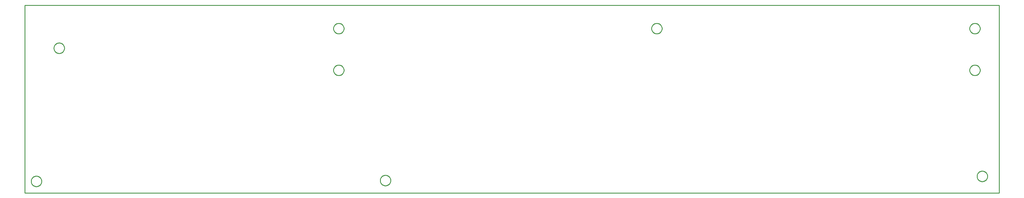
<source format=gbr>
G04 EAGLE Gerber RS-274X export*
G75*
%MOMM*%
%FSLAX34Y34*%
%LPD*%
%IN*%
%IPPOS*%
%AMOC8*
5,1,8,0,0,1.08239X$1,22.5*%
G01*
%ADD10C,0.254000*%


D10*
X0Y0D02*
X2956560Y0D01*
X2956560Y571500D01*
X0Y571500D01*
X0Y0D01*
X968375Y372860D02*
X968307Y371823D01*
X968171Y370793D01*
X967969Y369773D01*
X967700Y368769D01*
X967365Y367785D01*
X966968Y366825D01*
X966508Y365893D01*
X965988Y364992D01*
X965411Y364128D01*
X964778Y363304D01*
X964093Y362522D01*
X963358Y361787D01*
X962576Y361102D01*
X961752Y360469D01*
X960888Y359892D01*
X959987Y359372D01*
X959055Y358912D01*
X958095Y358515D01*
X957111Y358180D01*
X956107Y357911D01*
X955087Y357709D01*
X954057Y357573D01*
X953020Y357505D01*
X951980Y357505D01*
X950943Y357573D01*
X949913Y357709D01*
X948893Y357911D01*
X947889Y358180D01*
X946905Y358515D01*
X945945Y358912D01*
X945013Y359372D01*
X944112Y359892D01*
X943248Y360469D01*
X942424Y361102D01*
X941642Y361787D01*
X940907Y362522D01*
X940222Y363304D01*
X939589Y364128D01*
X939012Y364992D01*
X938492Y365893D01*
X938032Y366825D01*
X937635Y367785D01*
X937300Y368769D01*
X937031Y369773D01*
X936829Y370793D01*
X936693Y371823D01*
X936625Y372860D01*
X936625Y373900D01*
X936693Y374937D01*
X936829Y375967D01*
X937031Y376987D01*
X937300Y377991D01*
X937635Y378975D01*
X938032Y379935D01*
X938492Y380867D01*
X939012Y381768D01*
X939589Y382632D01*
X940222Y383456D01*
X940907Y384238D01*
X941642Y384973D01*
X942424Y385658D01*
X943248Y386291D01*
X944112Y386868D01*
X945013Y387388D01*
X945945Y387848D01*
X946905Y388245D01*
X947889Y388580D01*
X948893Y388849D01*
X949913Y389051D01*
X950943Y389187D01*
X951980Y389255D01*
X953020Y389255D01*
X954057Y389187D01*
X955087Y389051D01*
X956107Y388849D01*
X957111Y388580D01*
X958095Y388245D01*
X959055Y387848D01*
X959987Y387388D01*
X960888Y386868D01*
X961752Y386291D01*
X962576Y385658D01*
X963358Y384973D01*
X964093Y384238D01*
X964778Y383456D01*
X965411Y382632D01*
X965988Y381768D01*
X966508Y380867D01*
X966968Y379935D01*
X967365Y378975D01*
X967700Y377991D01*
X967969Y376987D01*
X968171Y375967D01*
X968307Y374937D01*
X968375Y373900D01*
X968375Y372860D01*
X2898775Y372860D02*
X2898707Y371823D01*
X2898571Y370793D01*
X2898369Y369773D01*
X2898100Y368769D01*
X2897765Y367785D01*
X2897368Y366825D01*
X2896908Y365893D01*
X2896388Y364992D01*
X2895811Y364128D01*
X2895178Y363304D01*
X2894493Y362522D01*
X2893758Y361787D01*
X2892976Y361102D01*
X2892152Y360469D01*
X2891288Y359892D01*
X2890387Y359372D01*
X2889455Y358912D01*
X2888495Y358515D01*
X2887511Y358180D01*
X2886507Y357911D01*
X2885487Y357709D01*
X2884457Y357573D01*
X2883420Y357505D01*
X2882380Y357505D01*
X2881343Y357573D01*
X2880313Y357709D01*
X2879293Y357911D01*
X2878289Y358180D01*
X2877305Y358515D01*
X2876345Y358912D01*
X2875413Y359372D01*
X2874512Y359892D01*
X2873648Y360469D01*
X2872824Y361102D01*
X2872042Y361787D01*
X2871307Y362522D01*
X2870622Y363304D01*
X2869989Y364128D01*
X2869412Y364992D01*
X2868892Y365893D01*
X2868432Y366825D01*
X2868035Y367785D01*
X2867700Y368769D01*
X2867431Y369773D01*
X2867229Y370793D01*
X2867093Y371823D01*
X2867025Y372860D01*
X2867025Y373900D01*
X2867093Y374937D01*
X2867229Y375967D01*
X2867431Y376987D01*
X2867700Y377991D01*
X2868035Y378975D01*
X2868432Y379935D01*
X2868892Y380867D01*
X2869412Y381768D01*
X2869989Y382632D01*
X2870622Y383456D01*
X2871307Y384238D01*
X2872042Y384973D01*
X2872824Y385658D01*
X2873648Y386291D01*
X2874512Y386868D01*
X2875413Y387388D01*
X2876345Y387848D01*
X2877305Y388245D01*
X2878289Y388580D01*
X2879293Y388849D01*
X2880313Y389051D01*
X2881343Y389187D01*
X2882380Y389255D01*
X2883420Y389255D01*
X2884457Y389187D01*
X2885487Y389051D01*
X2886507Y388849D01*
X2887511Y388580D01*
X2888495Y388245D01*
X2889455Y387848D01*
X2890387Y387388D01*
X2891288Y386868D01*
X2892152Y386291D01*
X2892976Y385658D01*
X2893758Y384973D01*
X2894493Y384238D01*
X2895178Y383456D01*
X2895811Y382632D01*
X2896388Y381768D01*
X2896908Y380867D01*
X2897368Y379935D01*
X2897765Y378975D01*
X2898100Y377991D01*
X2898369Y376987D01*
X2898571Y375967D01*
X2898707Y374937D01*
X2898775Y373900D01*
X2898775Y372860D01*
X120015Y440170D02*
X119947Y439133D01*
X119811Y438103D01*
X119609Y437083D01*
X119340Y436079D01*
X119005Y435095D01*
X118608Y434135D01*
X118148Y433203D01*
X117628Y432302D01*
X117051Y431438D01*
X116418Y430614D01*
X115733Y429832D01*
X114998Y429097D01*
X114216Y428412D01*
X113392Y427779D01*
X112528Y427202D01*
X111627Y426682D01*
X110695Y426222D01*
X109735Y425825D01*
X108751Y425490D01*
X107747Y425221D01*
X106727Y425019D01*
X105697Y424883D01*
X104660Y424815D01*
X103620Y424815D01*
X102583Y424883D01*
X101553Y425019D01*
X100533Y425221D01*
X99529Y425490D01*
X98545Y425825D01*
X97585Y426222D01*
X96653Y426682D01*
X95752Y427202D01*
X94888Y427779D01*
X94064Y428412D01*
X93282Y429097D01*
X92547Y429832D01*
X91862Y430614D01*
X91229Y431438D01*
X90652Y432302D01*
X90132Y433203D01*
X89672Y434135D01*
X89275Y435095D01*
X88940Y436079D01*
X88671Y437083D01*
X88469Y438103D01*
X88333Y439133D01*
X88265Y440170D01*
X88265Y441210D01*
X88333Y442247D01*
X88469Y443277D01*
X88671Y444297D01*
X88940Y445301D01*
X89275Y446285D01*
X89672Y447245D01*
X90132Y448177D01*
X90652Y449078D01*
X91229Y449942D01*
X91862Y450766D01*
X92547Y451548D01*
X93282Y452283D01*
X94064Y452968D01*
X94888Y453601D01*
X95752Y454178D01*
X96653Y454698D01*
X97585Y455158D01*
X98545Y455555D01*
X99529Y455890D01*
X100533Y456159D01*
X101553Y456361D01*
X102583Y456497D01*
X103620Y456565D01*
X104660Y456565D01*
X105697Y456497D01*
X106727Y456361D01*
X107747Y456159D01*
X108751Y455890D01*
X109735Y455555D01*
X110695Y455158D01*
X111627Y454698D01*
X112528Y454178D01*
X113392Y453601D01*
X114216Y452968D01*
X114998Y452283D01*
X115733Y451548D01*
X116418Y450766D01*
X117051Y449942D01*
X117628Y449078D01*
X118148Y448177D01*
X118608Y447245D01*
X119005Y446285D01*
X119340Y445301D01*
X119609Y444297D01*
X119811Y443277D01*
X119947Y442247D01*
X120015Y441210D01*
X120015Y440170D01*
X2921127Y50026D02*
X2921059Y48989D01*
X2920923Y47959D01*
X2920721Y46939D01*
X2920452Y45935D01*
X2920117Y44951D01*
X2919720Y43991D01*
X2919260Y43059D01*
X2918740Y42158D01*
X2918163Y41294D01*
X2917530Y40470D01*
X2916845Y39688D01*
X2916110Y38953D01*
X2915328Y38268D01*
X2914504Y37635D01*
X2913640Y37058D01*
X2912739Y36538D01*
X2911807Y36078D01*
X2910847Y35681D01*
X2909863Y35346D01*
X2908859Y35077D01*
X2907839Y34875D01*
X2906809Y34739D01*
X2905772Y34671D01*
X2904732Y34671D01*
X2903695Y34739D01*
X2902665Y34875D01*
X2901645Y35077D01*
X2900641Y35346D01*
X2899657Y35681D01*
X2898697Y36078D01*
X2897765Y36538D01*
X2896864Y37058D01*
X2896000Y37635D01*
X2895176Y38268D01*
X2894394Y38953D01*
X2893659Y39688D01*
X2892974Y40470D01*
X2892341Y41294D01*
X2891764Y42158D01*
X2891244Y43059D01*
X2890784Y43991D01*
X2890387Y44951D01*
X2890052Y45935D01*
X2889783Y46939D01*
X2889581Y47959D01*
X2889445Y48989D01*
X2889377Y50026D01*
X2889377Y51066D01*
X2889445Y52103D01*
X2889581Y53133D01*
X2889783Y54153D01*
X2890052Y55157D01*
X2890387Y56141D01*
X2890784Y57101D01*
X2891244Y58033D01*
X2891764Y58934D01*
X2892341Y59798D01*
X2892974Y60622D01*
X2893659Y61404D01*
X2894394Y62139D01*
X2895176Y62824D01*
X2896000Y63457D01*
X2896864Y64034D01*
X2897765Y64554D01*
X2898697Y65014D01*
X2899657Y65411D01*
X2900641Y65746D01*
X2901645Y66015D01*
X2902665Y66217D01*
X2903695Y66353D01*
X2904732Y66421D01*
X2905772Y66421D01*
X2906809Y66353D01*
X2907839Y66217D01*
X2908859Y66015D01*
X2909863Y65746D01*
X2910847Y65411D01*
X2911807Y65014D01*
X2912739Y64554D01*
X2913640Y64034D01*
X2914504Y63457D01*
X2915328Y62824D01*
X2916110Y62139D01*
X2916845Y61404D01*
X2917530Y60622D01*
X2918163Y59798D01*
X2918740Y58934D01*
X2919260Y58033D01*
X2919720Y57101D01*
X2920117Y56141D01*
X2920452Y55157D01*
X2920721Y54153D01*
X2920923Y53133D01*
X2921059Y52103D01*
X2921127Y51066D01*
X2921127Y50026D01*
X1110107Y37326D02*
X1110039Y36289D01*
X1109903Y35259D01*
X1109701Y34239D01*
X1109432Y33235D01*
X1109097Y32251D01*
X1108700Y31291D01*
X1108240Y30359D01*
X1107720Y29458D01*
X1107143Y28594D01*
X1106510Y27770D01*
X1105825Y26988D01*
X1105090Y26253D01*
X1104308Y25568D01*
X1103484Y24935D01*
X1102620Y24358D01*
X1101719Y23838D01*
X1100787Y23378D01*
X1099827Y22981D01*
X1098843Y22646D01*
X1097839Y22377D01*
X1096819Y22175D01*
X1095789Y22039D01*
X1094752Y21971D01*
X1093712Y21971D01*
X1092675Y22039D01*
X1091645Y22175D01*
X1090625Y22377D01*
X1089621Y22646D01*
X1088637Y22981D01*
X1087677Y23378D01*
X1086745Y23838D01*
X1085844Y24358D01*
X1084980Y24935D01*
X1084156Y25568D01*
X1083374Y26253D01*
X1082639Y26988D01*
X1081954Y27770D01*
X1081321Y28594D01*
X1080744Y29458D01*
X1080224Y30359D01*
X1079764Y31291D01*
X1079367Y32251D01*
X1079032Y33235D01*
X1078763Y34239D01*
X1078561Y35259D01*
X1078425Y36289D01*
X1078357Y37326D01*
X1078357Y38366D01*
X1078425Y39403D01*
X1078561Y40433D01*
X1078763Y41453D01*
X1079032Y42457D01*
X1079367Y43441D01*
X1079764Y44401D01*
X1080224Y45333D01*
X1080744Y46234D01*
X1081321Y47098D01*
X1081954Y47922D01*
X1082639Y48704D01*
X1083374Y49439D01*
X1084156Y50124D01*
X1084980Y50757D01*
X1085844Y51334D01*
X1086745Y51854D01*
X1087677Y52314D01*
X1088637Y52711D01*
X1089621Y53046D01*
X1090625Y53315D01*
X1091645Y53517D01*
X1092675Y53653D01*
X1093712Y53721D01*
X1094752Y53721D01*
X1095789Y53653D01*
X1096819Y53517D01*
X1097839Y53315D01*
X1098843Y53046D01*
X1099827Y52711D01*
X1100787Y52314D01*
X1101719Y51854D01*
X1102620Y51334D01*
X1103484Y50757D01*
X1104308Y50124D01*
X1105090Y49439D01*
X1105825Y48704D01*
X1106510Y47922D01*
X1107143Y47098D01*
X1107720Y46234D01*
X1108240Y45333D01*
X1108700Y44401D01*
X1109097Y43441D01*
X1109432Y42457D01*
X1109701Y41453D01*
X1109903Y40433D01*
X1110039Y39403D01*
X1110107Y38366D01*
X1110107Y37326D01*
X50927Y34786D02*
X50859Y33749D01*
X50723Y32719D01*
X50521Y31699D01*
X50252Y30695D01*
X49917Y29711D01*
X49520Y28751D01*
X49060Y27819D01*
X48540Y26918D01*
X47963Y26054D01*
X47330Y25230D01*
X46645Y24448D01*
X45910Y23713D01*
X45128Y23028D01*
X44304Y22395D01*
X43440Y21818D01*
X42539Y21298D01*
X41607Y20838D01*
X40647Y20441D01*
X39663Y20106D01*
X38659Y19837D01*
X37639Y19635D01*
X36609Y19499D01*
X35572Y19431D01*
X34532Y19431D01*
X33495Y19499D01*
X32465Y19635D01*
X31445Y19837D01*
X30441Y20106D01*
X29457Y20441D01*
X28497Y20838D01*
X27565Y21298D01*
X26664Y21818D01*
X25800Y22395D01*
X24976Y23028D01*
X24194Y23713D01*
X23459Y24448D01*
X22774Y25230D01*
X22141Y26054D01*
X21564Y26918D01*
X21044Y27819D01*
X20584Y28751D01*
X20187Y29711D01*
X19852Y30695D01*
X19583Y31699D01*
X19381Y32719D01*
X19245Y33749D01*
X19177Y34786D01*
X19177Y35826D01*
X19245Y36863D01*
X19381Y37893D01*
X19583Y38913D01*
X19852Y39917D01*
X20187Y40901D01*
X20584Y41861D01*
X21044Y42793D01*
X21564Y43694D01*
X22141Y44558D01*
X22774Y45382D01*
X23459Y46164D01*
X24194Y46899D01*
X24976Y47584D01*
X25800Y48217D01*
X26664Y48794D01*
X27565Y49314D01*
X28497Y49774D01*
X29457Y50171D01*
X30441Y50506D01*
X31445Y50775D01*
X32465Y50977D01*
X33495Y51113D01*
X34532Y51181D01*
X35572Y51181D01*
X36609Y51113D01*
X37639Y50977D01*
X38659Y50775D01*
X39663Y50506D01*
X40647Y50171D01*
X41607Y49774D01*
X42539Y49314D01*
X43440Y48794D01*
X44304Y48217D01*
X45128Y47584D01*
X45910Y46899D01*
X46645Y46164D01*
X47330Y45382D01*
X47963Y44558D01*
X48540Y43694D01*
X49060Y42793D01*
X49520Y41861D01*
X49917Y40901D01*
X50252Y39917D01*
X50521Y38913D01*
X50723Y37893D01*
X50859Y36863D01*
X50927Y35826D01*
X50927Y34786D01*
X2898775Y499860D02*
X2898707Y498823D01*
X2898571Y497793D01*
X2898369Y496773D01*
X2898100Y495769D01*
X2897765Y494785D01*
X2897368Y493825D01*
X2896908Y492893D01*
X2896388Y491992D01*
X2895811Y491128D01*
X2895178Y490304D01*
X2894493Y489522D01*
X2893758Y488787D01*
X2892976Y488102D01*
X2892152Y487469D01*
X2891288Y486892D01*
X2890387Y486372D01*
X2889455Y485912D01*
X2888495Y485515D01*
X2887511Y485180D01*
X2886507Y484911D01*
X2885487Y484709D01*
X2884457Y484573D01*
X2883420Y484505D01*
X2882380Y484505D01*
X2881343Y484573D01*
X2880313Y484709D01*
X2879293Y484911D01*
X2878289Y485180D01*
X2877305Y485515D01*
X2876345Y485912D01*
X2875413Y486372D01*
X2874512Y486892D01*
X2873648Y487469D01*
X2872824Y488102D01*
X2872042Y488787D01*
X2871307Y489522D01*
X2870622Y490304D01*
X2869989Y491128D01*
X2869412Y491992D01*
X2868892Y492893D01*
X2868432Y493825D01*
X2868035Y494785D01*
X2867700Y495769D01*
X2867431Y496773D01*
X2867229Y497793D01*
X2867093Y498823D01*
X2867025Y499860D01*
X2867025Y500900D01*
X2867093Y501937D01*
X2867229Y502967D01*
X2867431Y503987D01*
X2867700Y504991D01*
X2868035Y505975D01*
X2868432Y506935D01*
X2868892Y507867D01*
X2869412Y508768D01*
X2869989Y509632D01*
X2870622Y510456D01*
X2871307Y511238D01*
X2872042Y511973D01*
X2872824Y512658D01*
X2873648Y513291D01*
X2874512Y513868D01*
X2875413Y514388D01*
X2876345Y514848D01*
X2877305Y515245D01*
X2878289Y515580D01*
X2879293Y515849D01*
X2880313Y516051D01*
X2881343Y516187D01*
X2882380Y516255D01*
X2883420Y516255D01*
X2884457Y516187D01*
X2885487Y516051D01*
X2886507Y515849D01*
X2887511Y515580D01*
X2888495Y515245D01*
X2889455Y514848D01*
X2890387Y514388D01*
X2891288Y513868D01*
X2892152Y513291D01*
X2892976Y512658D01*
X2893758Y511973D01*
X2894493Y511238D01*
X2895178Y510456D01*
X2895811Y509632D01*
X2896388Y508768D01*
X2896908Y507867D01*
X2897368Y506935D01*
X2897765Y505975D01*
X2898100Y504991D01*
X2898369Y503987D01*
X2898571Y502967D01*
X2898707Y501937D01*
X2898775Y500900D01*
X2898775Y499860D01*
X1933575Y499860D02*
X1933507Y498823D01*
X1933371Y497793D01*
X1933169Y496773D01*
X1932900Y495769D01*
X1932565Y494785D01*
X1932168Y493825D01*
X1931708Y492893D01*
X1931188Y491992D01*
X1930611Y491128D01*
X1929978Y490304D01*
X1929293Y489522D01*
X1928558Y488787D01*
X1927776Y488102D01*
X1926952Y487469D01*
X1926088Y486892D01*
X1925187Y486372D01*
X1924255Y485912D01*
X1923295Y485515D01*
X1922311Y485180D01*
X1921307Y484911D01*
X1920287Y484709D01*
X1919257Y484573D01*
X1918220Y484505D01*
X1917180Y484505D01*
X1916143Y484573D01*
X1915113Y484709D01*
X1914093Y484911D01*
X1913089Y485180D01*
X1912105Y485515D01*
X1911145Y485912D01*
X1910213Y486372D01*
X1909312Y486892D01*
X1908448Y487469D01*
X1907624Y488102D01*
X1906842Y488787D01*
X1906107Y489522D01*
X1905422Y490304D01*
X1904789Y491128D01*
X1904212Y491992D01*
X1903692Y492893D01*
X1903232Y493825D01*
X1902835Y494785D01*
X1902500Y495769D01*
X1902231Y496773D01*
X1902029Y497793D01*
X1901893Y498823D01*
X1901825Y499860D01*
X1901825Y500900D01*
X1901893Y501937D01*
X1902029Y502967D01*
X1902231Y503987D01*
X1902500Y504991D01*
X1902835Y505975D01*
X1903232Y506935D01*
X1903692Y507867D01*
X1904212Y508768D01*
X1904789Y509632D01*
X1905422Y510456D01*
X1906107Y511238D01*
X1906842Y511973D01*
X1907624Y512658D01*
X1908448Y513291D01*
X1909312Y513868D01*
X1910213Y514388D01*
X1911145Y514848D01*
X1912105Y515245D01*
X1913089Y515580D01*
X1914093Y515849D01*
X1915113Y516051D01*
X1916143Y516187D01*
X1917180Y516255D01*
X1918220Y516255D01*
X1919257Y516187D01*
X1920287Y516051D01*
X1921307Y515849D01*
X1922311Y515580D01*
X1923295Y515245D01*
X1924255Y514848D01*
X1925187Y514388D01*
X1926088Y513868D01*
X1926952Y513291D01*
X1927776Y512658D01*
X1928558Y511973D01*
X1929293Y511238D01*
X1929978Y510456D01*
X1930611Y509632D01*
X1931188Y508768D01*
X1931708Y507867D01*
X1932168Y506935D01*
X1932565Y505975D01*
X1932900Y504991D01*
X1933169Y503987D01*
X1933371Y502967D01*
X1933507Y501937D01*
X1933575Y500900D01*
X1933575Y499860D01*
X968375Y499860D02*
X968307Y498823D01*
X968171Y497793D01*
X967969Y496773D01*
X967700Y495769D01*
X967365Y494785D01*
X966968Y493825D01*
X966508Y492893D01*
X965988Y491992D01*
X965411Y491128D01*
X964778Y490304D01*
X964093Y489522D01*
X963358Y488787D01*
X962576Y488102D01*
X961752Y487469D01*
X960888Y486892D01*
X959987Y486372D01*
X959055Y485912D01*
X958095Y485515D01*
X957111Y485180D01*
X956107Y484911D01*
X955087Y484709D01*
X954057Y484573D01*
X953020Y484505D01*
X951980Y484505D01*
X950943Y484573D01*
X949913Y484709D01*
X948893Y484911D01*
X947889Y485180D01*
X946905Y485515D01*
X945945Y485912D01*
X945013Y486372D01*
X944112Y486892D01*
X943248Y487469D01*
X942424Y488102D01*
X941642Y488787D01*
X940907Y489522D01*
X940222Y490304D01*
X939589Y491128D01*
X939012Y491992D01*
X938492Y492893D01*
X938032Y493825D01*
X937635Y494785D01*
X937300Y495769D01*
X937031Y496773D01*
X936829Y497793D01*
X936693Y498823D01*
X936625Y499860D01*
X936625Y500900D01*
X936693Y501937D01*
X936829Y502967D01*
X937031Y503987D01*
X937300Y504991D01*
X937635Y505975D01*
X938032Y506935D01*
X938492Y507867D01*
X939012Y508768D01*
X939589Y509632D01*
X940222Y510456D01*
X940907Y511238D01*
X941642Y511973D01*
X942424Y512658D01*
X943248Y513291D01*
X944112Y513868D01*
X945013Y514388D01*
X945945Y514848D01*
X946905Y515245D01*
X947889Y515580D01*
X948893Y515849D01*
X949913Y516051D01*
X950943Y516187D01*
X951980Y516255D01*
X953020Y516255D01*
X954057Y516187D01*
X955087Y516051D01*
X956107Y515849D01*
X957111Y515580D01*
X958095Y515245D01*
X959055Y514848D01*
X959987Y514388D01*
X960888Y513868D01*
X961752Y513291D01*
X962576Y512658D01*
X963358Y511973D01*
X964093Y511238D01*
X964778Y510456D01*
X965411Y509632D01*
X965988Y508768D01*
X966508Y507867D01*
X966968Y506935D01*
X967365Y505975D01*
X967700Y504991D01*
X967969Y503987D01*
X968171Y502967D01*
X968307Y501937D01*
X968375Y500900D01*
X968375Y499860D01*
M02*

</source>
